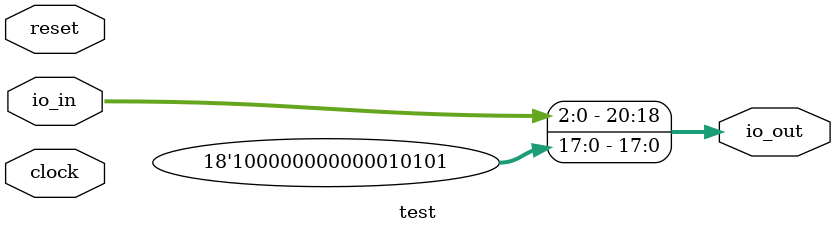
<source format=v>
module test(
  input         clock,
  input         reset,
  input  [2:0]  io_in,
  output [20:0] io_out
);
  assign io_out = {io_in,18'h20015}; // @[test.scala 9:10]
endmodule

</source>
